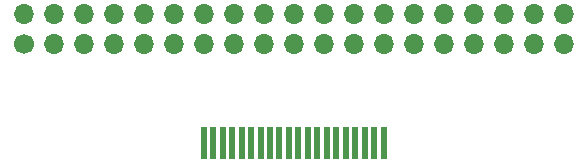
<source format=gbr>
%TF.GenerationSoftware,KiCad,Pcbnew,7.0.9*%
%TF.CreationDate,2023-11-20T12:28:54+01:00*%
%TF.ProjectId,perfboardCard,70657266-626f-4617-9264-436172642e6b,rev?*%
%TF.SameCoordinates,Original*%
%TF.FileFunction,Soldermask,Top*%
%TF.FilePolarity,Negative*%
%FSLAX46Y46*%
G04 Gerber Fmt 4.6, Leading zero omitted, Abs format (unit mm)*
G04 Created by KiCad (PCBNEW 7.0.9) date 2023-11-20 12:28:54*
%MOMM*%
%LPD*%
G01*
G04 APERTURE LIST*
%ADD10O,1.700000X1.700000*%
%ADD11C,1.700000*%
%ADD12R,0.550000X2.800000*%
G04 APERTURE END LIST*
D10*
%TO.C,J2*%
X127796000Y-94996000D03*
X127796000Y-97536000D03*
X125256000Y-94996000D03*
X125256000Y-97536000D03*
X122716000Y-94996000D03*
X122716000Y-97536000D03*
X120176000Y-94996000D03*
X120176000Y-97536000D03*
X117636000Y-94996000D03*
X117636000Y-97536000D03*
X115096000Y-94996000D03*
X115096000Y-97536000D03*
X112556000Y-94996000D03*
X112556000Y-97536000D03*
X110016000Y-94996000D03*
X110016000Y-97536000D03*
X107476000Y-94996000D03*
X107476000Y-97536000D03*
X104936000Y-94996000D03*
X104936000Y-97536000D03*
X102396000Y-94996000D03*
X102396000Y-97536000D03*
X99856000Y-94996000D03*
X99856000Y-97536000D03*
X97316000Y-94996000D03*
X97316000Y-97536000D03*
X94776000Y-94996000D03*
X94776000Y-97536000D03*
X92236000Y-94996000D03*
X92236000Y-97536000D03*
X89696000Y-94996000D03*
X89696000Y-97536000D03*
X87156000Y-94996000D03*
X87156000Y-97536000D03*
X84616000Y-94996000D03*
X84616000Y-97536000D03*
X82076000Y-94996000D03*
D11*
X82076000Y-97536000D03*
%TD*%
D12*
%TO.C,J1*%
X97297000Y-105918000D03*
X98097000Y-105918000D03*
X98897000Y-105918000D03*
X99697000Y-105918000D03*
X100497000Y-105918000D03*
X101297000Y-105918000D03*
X102097000Y-105918000D03*
X102897000Y-105918000D03*
X103697000Y-105918000D03*
X104497000Y-105918000D03*
X105312000Y-105918000D03*
X106112000Y-105918000D03*
X106912000Y-105918000D03*
X107712000Y-105918000D03*
X108512000Y-105918000D03*
X109312000Y-105918000D03*
X110112000Y-105918000D03*
X110912000Y-105918000D03*
X111712000Y-105918000D03*
X112512000Y-105918000D03*
%TD*%
M02*

</source>
